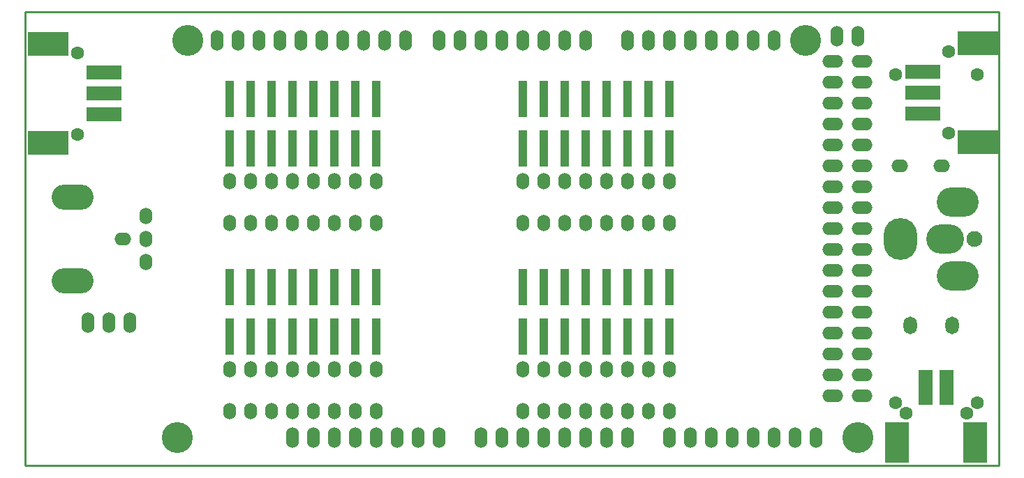
<source format=gts>
G04 #@! TF.FileFunction,Soldermask,Top*
%FSLAX46Y46*%
G04 Gerber Fmt 4.6, Leading zero omitted, Abs format (unit mm)*
G04 Created by KiCad (PCBNEW 0.201602281447+6595~42~ubuntu14.04.1-product) date Thu 03 Mar 2016 10:52:18 AM EST*
%MOMM*%
G01*
G04 APERTURE LIST*
%ADD10C,0.100000*%
%ADD11C,0.228600*%
%ADD12O,1.524000X2.032000*%
%ADD13O,2.032000X1.524000*%
%ADD14O,1.524000X2.540000*%
%ADD15C,1.930400*%
%ADD16O,4.572000X3.556000*%
%ADD17O,4.064000X5.080000*%
%ADD18O,5.080000X3.556000*%
%ADD19O,5.080000X3.048000*%
%ADD20R,1.016000X4.495800*%
%ADD21C,3.759200*%
%ADD22O,2.540000X1.524000*%
%ADD23O,1.651000X2.159000*%
%ADD24R,4.191000X1.778000*%
%ADD25C,1.600200*%
%ADD26R,5.029200X2.997200*%
%ADD27R,1.778000X4.191000*%
%ADD28R,2.997200X5.029200*%
G04 APERTURE END LIST*
D10*
D11*
X211455000Y-75311000D02*
X93345000Y-75311000D01*
X211455000Y-130429000D02*
X211455000Y-75311000D01*
X93345000Y-130429000D02*
X211455000Y-130429000D01*
X93345000Y-75311000D02*
X93345000Y-130429000D01*
D12*
X118110000Y-123825000D03*
X118110000Y-118745000D03*
X120650000Y-123825000D03*
X120650000Y-118745000D03*
X123190000Y-123825000D03*
X123190000Y-118745000D03*
X125730000Y-123825000D03*
X125730000Y-118745000D03*
X128270000Y-123825000D03*
X128270000Y-118745000D03*
X130810000Y-123825000D03*
X130810000Y-118745000D03*
X133350000Y-123825000D03*
X133350000Y-118745000D03*
X135890000Y-123825000D03*
X135890000Y-118745000D03*
X153670000Y-123825000D03*
X153670000Y-118745000D03*
X156210000Y-123825000D03*
X156210000Y-118745000D03*
X158750000Y-123825000D03*
X158750000Y-118745000D03*
X161290000Y-123825000D03*
X161290000Y-118745000D03*
X163830000Y-123825000D03*
X163830000Y-118745000D03*
X166370000Y-123825000D03*
X166370000Y-118745000D03*
X168910000Y-123825000D03*
X168910000Y-118745000D03*
X171450000Y-123825000D03*
X171450000Y-118745000D03*
X118110000Y-100965000D03*
X118110000Y-95885000D03*
X120650000Y-100965000D03*
X120650000Y-95885000D03*
X123190000Y-100965000D03*
X123190000Y-95885000D03*
X125730000Y-100965000D03*
X125730000Y-95885000D03*
X128270000Y-100965000D03*
X128270000Y-95885000D03*
X130810000Y-100965000D03*
X130810000Y-95885000D03*
X133350000Y-100965000D03*
X133350000Y-95885000D03*
X135890000Y-100965000D03*
X135890000Y-95885000D03*
X153670000Y-100965000D03*
X153670000Y-95885000D03*
X156210000Y-100965000D03*
X156210000Y-95885000D03*
X158750000Y-100965000D03*
X158750000Y-95885000D03*
X161290000Y-100965000D03*
X161290000Y-95885000D03*
X163830000Y-100965000D03*
X163830000Y-95885000D03*
X166370000Y-100965000D03*
X166370000Y-95885000D03*
X168910000Y-100965000D03*
X168910000Y-95885000D03*
X171450000Y-100965000D03*
X171450000Y-95885000D03*
D13*
X204470000Y-93980000D03*
X199390000Y-93980000D03*
D14*
X103505000Y-113030000D03*
X100965000Y-113030000D03*
X106045000Y-113030000D03*
D15*
X208457800Y-102870000D03*
D16*
X204952600Y-102870000D03*
D17*
X199466200Y-102870000D03*
D18*
X206451200Y-98374200D03*
X206451200Y-107365800D03*
D19*
X99060000Y-107950000D03*
X99060000Y-97790000D03*
D13*
X105156000Y-102870000D03*
D12*
X107950000Y-102870000D03*
X107950000Y-100076000D03*
X107950000Y-105664000D03*
D20*
X171450000Y-85902800D03*
X171450000Y-91897200D03*
X168910000Y-85902800D03*
X168910000Y-91897200D03*
X166370000Y-85902800D03*
X166370000Y-91897200D03*
X163830000Y-85902800D03*
X163830000Y-91897200D03*
X161290000Y-85902800D03*
X161290000Y-91897200D03*
X158750000Y-85902800D03*
X158750000Y-91897200D03*
X156210000Y-85902800D03*
X156210000Y-91897200D03*
X153670000Y-85902800D03*
X153670000Y-91897200D03*
X135890000Y-85902800D03*
X135890000Y-91897200D03*
X133350000Y-85902800D03*
X133350000Y-91897200D03*
X130810000Y-85902800D03*
X130810000Y-91897200D03*
X128270000Y-85902800D03*
X128270000Y-91897200D03*
X125730000Y-85902800D03*
X125730000Y-91897200D03*
X123190000Y-85902800D03*
X123190000Y-91897200D03*
X120650000Y-85902800D03*
X120650000Y-91897200D03*
X118110000Y-85902800D03*
X118110000Y-91897200D03*
X171450000Y-108762800D03*
X171450000Y-114757200D03*
X168910000Y-108762800D03*
X168910000Y-114757200D03*
X166370000Y-108762800D03*
X166370000Y-114757200D03*
X163830000Y-108762800D03*
X163830000Y-114757200D03*
X161290000Y-108762800D03*
X161290000Y-114757200D03*
X158750000Y-108762800D03*
X158750000Y-114757200D03*
X156210000Y-108762800D03*
X156210000Y-114757200D03*
X153670000Y-108762800D03*
X153670000Y-114757200D03*
X135890000Y-108762800D03*
X135890000Y-114757200D03*
X133350000Y-108762800D03*
X133350000Y-114757200D03*
X130810000Y-108762800D03*
X130810000Y-114757200D03*
X128270000Y-108762800D03*
X128270000Y-114757200D03*
X125730000Y-108762800D03*
X125730000Y-114757200D03*
X123190000Y-108762800D03*
X123190000Y-114757200D03*
X120650000Y-108762800D03*
X120650000Y-114757200D03*
X118110000Y-108762800D03*
X118110000Y-114757200D03*
D21*
X111760000Y-127000000D03*
X113030000Y-78740000D03*
X194310000Y-127000000D03*
X187960000Y-78740000D03*
D14*
X125730000Y-127000000D03*
X128270000Y-127000000D03*
X130810000Y-127000000D03*
X133350000Y-127000000D03*
X135890000Y-127000000D03*
X138430000Y-127000000D03*
X140970000Y-127000000D03*
X143510000Y-127000000D03*
X148590000Y-127000000D03*
X151130000Y-127000000D03*
X153670000Y-127000000D03*
X156210000Y-127000000D03*
X158750000Y-127000000D03*
X161290000Y-127000000D03*
X163830000Y-127000000D03*
X166370000Y-127000000D03*
X171450000Y-127000000D03*
X173990000Y-127000000D03*
X176530000Y-127000000D03*
X179070000Y-127000000D03*
X181610000Y-127000000D03*
X184150000Y-127000000D03*
X186690000Y-127000000D03*
X189230000Y-127000000D03*
X116586000Y-78740000D03*
X119126000Y-78740000D03*
X121666000Y-78740000D03*
X124206000Y-78740000D03*
X126746000Y-78740000D03*
X129286000Y-78740000D03*
X131826000Y-78740000D03*
X134366000Y-78740000D03*
X136906000Y-78740000D03*
X139446000Y-78740000D03*
X143510000Y-78740000D03*
X161290000Y-78740000D03*
X158750000Y-78740000D03*
X156210000Y-78740000D03*
X153670000Y-78740000D03*
X151130000Y-78740000D03*
X148590000Y-78740000D03*
X146050000Y-78740000D03*
X166370000Y-78740000D03*
X168910000Y-78740000D03*
X171450000Y-78740000D03*
X173990000Y-78740000D03*
X176530000Y-78740000D03*
X179070000Y-78740000D03*
X181610000Y-78740000D03*
X184150000Y-78740000D03*
X191770000Y-78232000D03*
X194310000Y-78232000D03*
D22*
X191262000Y-81280000D03*
X194818000Y-81280000D03*
X191262000Y-83820000D03*
X194818000Y-83820000D03*
X191262000Y-86360000D03*
X194818000Y-86360000D03*
X191262000Y-88900000D03*
X194818000Y-88900000D03*
X191262000Y-91440000D03*
X194818000Y-91440000D03*
X191262000Y-93980000D03*
X194818000Y-93980000D03*
X191262000Y-96520000D03*
X194818000Y-96520000D03*
X191262000Y-99060000D03*
X194818000Y-99060000D03*
X191262000Y-101600000D03*
X194818000Y-101600000D03*
X191262000Y-104140000D03*
X194818000Y-104140000D03*
X191262000Y-106680000D03*
X194818000Y-106680000D03*
X191262000Y-109220000D03*
X194818000Y-109220000D03*
X191262000Y-111760000D03*
X194818000Y-111760000D03*
X191262000Y-114300000D03*
X194818000Y-114300000D03*
X191262000Y-116840000D03*
X194818000Y-116840000D03*
X191262000Y-119380000D03*
X194818000Y-119380000D03*
X191262000Y-121920000D03*
X194818000Y-121920000D03*
D23*
X200660000Y-113385600D03*
X205740000Y-113385600D03*
D24*
X102870000Y-87757000D03*
X102870000Y-85217000D03*
X102870000Y-82677000D03*
D25*
X99695000Y-90170000D03*
X99695000Y-80264000D03*
D26*
X96139000Y-91211400D03*
X96139000Y-79222600D03*
D25*
X208788000Y-82931000D03*
X198882000Y-82931000D03*
D24*
X202184000Y-82550000D03*
X202184000Y-85090000D03*
X202184000Y-87630000D03*
D25*
X205359000Y-80137000D03*
X205359000Y-90043000D03*
D26*
X208915000Y-79095600D03*
X208915000Y-91084400D03*
D25*
X198882000Y-122809000D03*
X208788000Y-122809000D03*
D27*
X205105000Y-120904000D03*
X202565000Y-120904000D03*
D25*
X207518000Y-124079000D03*
X200152000Y-124079000D03*
D28*
X208559400Y-127635000D03*
X199110600Y-127635000D03*
M02*

</source>
